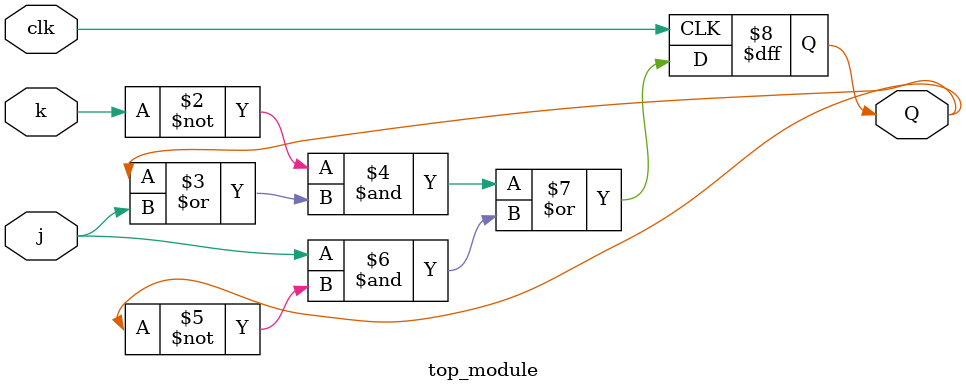
<source format=v>
module top_module (
    input clk,
    input j,
    input k,
    output Q);
    
    always @(posedge clk) begin
        Q <= (~k & (Q | j)) | (j & ~Q);
    end
    
endmodule

</source>
